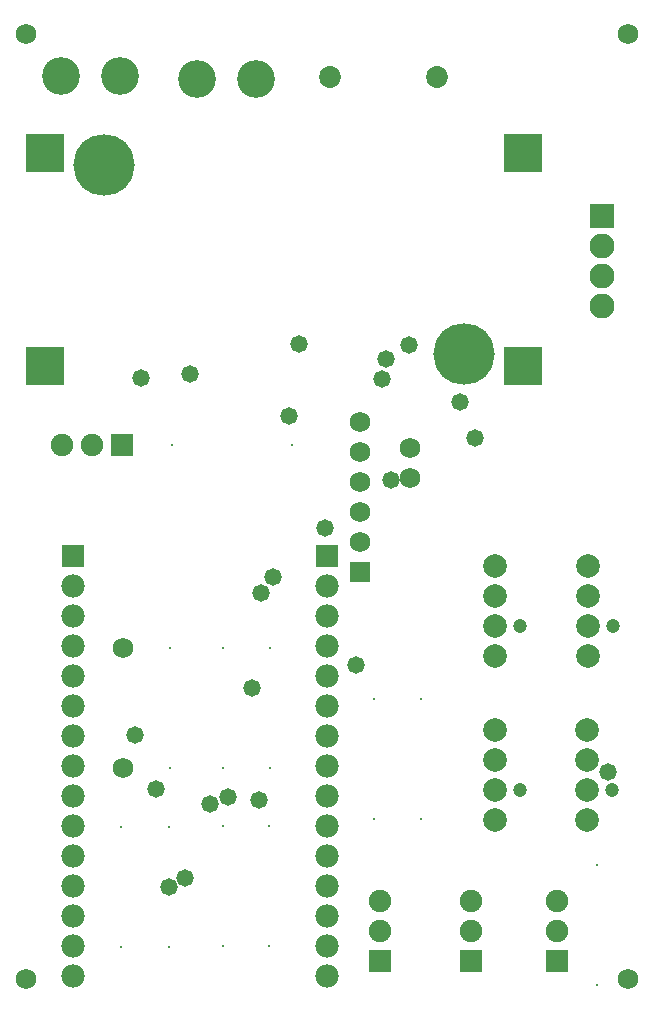
<source format=gts>
G04 Layer_Color=20142*
%FSLAX24Y24*%
%MOIN*%
G70*
G01*
G75*
%ADD36C,0.0080*%
%ADD37C,0.0680*%
%ADD38C,0.0780*%
%ADD39R,0.0780X0.0780*%
%ADD40R,0.0749X0.0749*%
%ADD41C,0.0749*%
%ADD42R,0.0749X0.0749*%
%ADD43R,0.0830X0.0830*%
%ADD44C,0.0830*%
%ADD45C,0.1261*%
%ADD46C,0.0789*%
%ADD47C,0.0474*%
%ADD48R,0.0680X0.0680*%
%ADD49R,0.1261X0.1261*%
%ADD50C,0.2049*%
%ADD51C,0.0730*%
%ADD52C,0.0580*%
D36*
X15488Y28425D02*
D03*
X19488D02*
D03*
X22244Y19945D02*
D03*
Y15945D02*
D03*
X23819Y19945D02*
D03*
Y15945D02*
D03*
X18780Y21638D02*
D03*
Y17638D02*
D03*
X17205Y21638D02*
D03*
Y17638D02*
D03*
X15433Y21638D02*
D03*
Y17638D02*
D03*
X13819Y11669D02*
D03*
Y15669D02*
D03*
X15394Y11669D02*
D03*
Y15669D02*
D03*
X18740Y11709D02*
D03*
Y15709D02*
D03*
X17205Y11709D02*
D03*
Y15709D02*
D03*
X29685Y10409D02*
D03*
Y14409D02*
D03*
D37*
X13858Y21638D02*
D03*
Y17638D02*
D03*
X30709Y42126D02*
D03*
X10630D02*
D03*
Y10630D02*
D03*
X30709D02*
D03*
X21772Y29173D02*
D03*
Y28173D02*
D03*
Y27173D02*
D03*
Y26173D02*
D03*
Y25173D02*
D03*
X23454Y28335D02*
D03*
Y27335D02*
D03*
D38*
X20669Y10717D02*
D03*
Y11717D02*
D03*
Y12717D02*
D03*
Y13717D02*
D03*
Y14717D02*
D03*
Y15717D02*
D03*
Y16717D02*
D03*
Y17717D02*
D03*
Y18717D02*
D03*
Y19717D02*
D03*
Y20717D02*
D03*
Y21717D02*
D03*
Y22717D02*
D03*
Y23717D02*
D03*
X12205Y10717D02*
D03*
Y11717D02*
D03*
Y12717D02*
D03*
Y13717D02*
D03*
Y14717D02*
D03*
Y15717D02*
D03*
Y16717D02*
D03*
Y17717D02*
D03*
Y18717D02*
D03*
Y19717D02*
D03*
Y20717D02*
D03*
Y21717D02*
D03*
Y22717D02*
D03*
Y23717D02*
D03*
D39*
X20669Y24717D02*
D03*
X12205D02*
D03*
D40*
X22441Y11205D02*
D03*
X25472Y11205D02*
D03*
X28346D02*
D03*
D41*
X22441Y12205D02*
D03*
Y13205D02*
D03*
X25472Y12205D02*
D03*
Y13205D02*
D03*
X28346Y12205D02*
D03*
Y13205D02*
D03*
X12835Y28425D02*
D03*
X11835D02*
D03*
D42*
X13835D02*
D03*
D43*
X29837Y36067D02*
D03*
D44*
Y35067D02*
D03*
Y34067D02*
D03*
Y33067D02*
D03*
D45*
X11811Y40709D02*
D03*
X13780D02*
D03*
X18307Y40630D02*
D03*
X16339D02*
D03*
D46*
X29331Y15929D02*
D03*
X29331Y16929D02*
D03*
X29331Y17929D02*
D03*
Y18929D02*
D03*
X26260Y21402D02*
D03*
X26260Y22402D02*
D03*
X26260Y23402D02*
D03*
Y24402D02*
D03*
Y15929D02*
D03*
X26260Y16929D02*
D03*
X26260Y17929D02*
D03*
Y18929D02*
D03*
X29370Y21402D02*
D03*
X29370Y22402D02*
D03*
X29370Y23402D02*
D03*
Y24402D02*
D03*
D47*
X30181Y16929D02*
D03*
X27110Y22402D02*
D03*
Y16929D02*
D03*
X30220Y22402D02*
D03*
D48*
X21772Y24173D02*
D03*
D49*
X11260Y38150D02*
D03*
X27205D02*
D03*
Y31063D02*
D03*
X11260D02*
D03*
D50*
X13228Y37756D02*
D03*
X25236Y31457D02*
D03*
D51*
X20787Y40669D02*
D03*
X24331D02*
D03*
D52*
X19724Y31772D02*
D03*
X19409Y29370D02*
D03*
X22510Y30620D02*
D03*
X15945Y13976D02*
D03*
X15390Y13670D02*
D03*
X21650Y21090D02*
D03*
X14961Y16968D02*
D03*
X16780Y16460D02*
D03*
X20620Y25660D02*
D03*
X25590Y28650D02*
D03*
X22650Y31270D02*
D03*
X14470Y30650D02*
D03*
X14280Y18750D02*
D03*
X18180Y20330D02*
D03*
X30040Y17530D02*
D03*
X16110Y30780D02*
D03*
X23400Y31760D02*
D03*
X25100Y29865D02*
D03*
X17360Y16670D02*
D03*
X22800Y27240D02*
D03*
X18870Y24010D02*
D03*
X18480Y23490D02*
D03*
X17370Y16670D02*
D03*
X18400Y16580D02*
D03*
M02*

</source>
